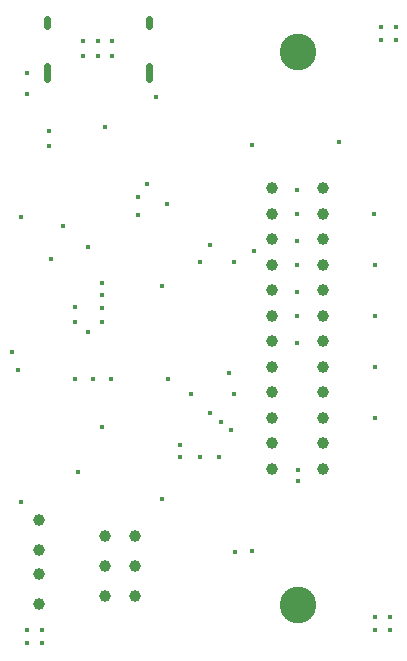
<source format=gbr>
%TF.GenerationSoftware,KiCad,Pcbnew,8.0.5*%
%TF.CreationDate,2024-10-26T17:00:10+13:00*%
%TF.ProjectId,usb_gpib_v2,7573625f-6770-4696-925f-76322e6b6963,C*%
%TF.SameCoordinates,Original*%
%TF.FileFunction,Plated,1,2,PTH,Mixed*%
%TF.FilePolarity,Positive*%
%FSLAX46Y46*%
G04 Gerber Fmt 4.6, Leading zero omitted, Abs format (unit mm)*
G04 Created by KiCad (PCBNEW 8.0.5) date 2024-10-26 17:00:10*
%MOMM*%
%LPD*%
G01*
G04 APERTURE LIST*
%TA.AperFunction,ViaDrill*%
%ADD10C,0.400000*%
%TD*%
G04 aperture for slot hole*
%TA.AperFunction,ComponentDrill*%
%ADD11C,0.600000*%
%TD*%
%TA.AperFunction,ComponentDrill*%
%ADD12C,1.000000*%
%TD*%
%TA.AperFunction,ComponentDrill*%
%ADD13C,3.100000*%
%TD*%
G04 APERTURE END LIST*
D10*
X98806000Y-93980000D03*
X99314000Y-95504000D03*
X99568000Y-82550000D03*
X99568000Y-106680000D03*
X100050000Y-117525000D03*
X100050000Y-118625000D03*
X100076000Y-70358000D03*
X100076000Y-72136000D03*
X101300000Y-117525000D03*
X101300000Y-118625000D03*
X101900000Y-75312500D03*
X101900000Y-76562500D03*
X102108000Y-86106000D03*
X103124000Y-83312000D03*
X104140000Y-90170000D03*
X104140000Y-91440000D03*
X104140000Y-96266000D03*
X104394000Y-104140000D03*
X104800000Y-67700000D03*
X104800000Y-68900000D03*
X105250000Y-85090000D03*
X105250000Y-92296000D03*
X105664000Y-96266000D03*
X106050000Y-67700000D03*
X106050000Y-68900000D03*
X106426000Y-88138000D03*
X106426000Y-89154000D03*
X106426000Y-90297000D03*
X106426000Y-91440000D03*
X106426000Y-100330000D03*
X106680000Y-74930000D03*
X107188000Y-96266000D03*
X107275000Y-67700000D03*
X107300000Y-68900000D03*
X109474000Y-80900000D03*
X109474000Y-82420000D03*
X110250000Y-79775000D03*
X110998000Y-72390000D03*
X111506000Y-88392000D03*
X111506000Y-106426000D03*
X111949500Y-81500000D03*
X112014000Y-96266000D03*
X113030000Y-101854000D03*
X113060000Y-102900000D03*
X113919000Y-97536000D03*
X114700000Y-102925000D03*
X114730000Y-86410000D03*
X115537500Y-84937500D03*
X115570000Y-99186647D03*
X116332000Y-102925000D03*
X116459355Y-99911147D03*
X117210076Y-95759862D03*
X117348000Y-100635647D03*
X117602000Y-86360000D03*
X117602000Y-97536000D03*
X117680000Y-110920000D03*
X119126000Y-76454000D03*
X119140000Y-110880000D03*
X119253000Y-85471000D03*
X122936000Y-80264000D03*
X122936000Y-82296000D03*
X122936000Y-84582000D03*
X122936000Y-86614000D03*
X122936000Y-88900000D03*
X122936000Y-90932000D03*
X122936000Y-93218000D03*
X122990000Y-104950000D03*
X123000000Y-104000000D03*
X126492000Y-76200000D03*
X129425000Y-82296000D03*
X129500000Y-86625000D03*
X129500000Y-90975000D03*
X129500000Y-95300000D03*
X129500000Y-99625000D03*
X129525000Y-116450000D03*
X129525000Y-117550000D03*
X130025000Y-66500000D03*
X130025000Y-67600000D03*
X130775000Y-116450000D03*
X130775000Y-117550000D03*
X131275000Y-66500000D03*
X131275000Y-67600000D03*
D11*
%TO.C,J2*%
X101780000Y-65825000D02*
X101780000Y-66425000D01*
X101780000Y-69755000D02*
X101780000Y-70855000D01*
X110420000Y-65825000D02*
X110420000Y-66425000D01*
X110420000Y-69755000D02*
X110420000Y-70855000D01*
D12*
%TO.C,LED3*%
X101092000Y-108240000D03*
X101092000Y-110770000D03*
%TO.C,LED2*%
X101092000Y-112766000D03*
X101092000Y-115296000D03*
%TO.C,J3*%
X106680000Y-109601000D03*
X106680000Y-112141000D03*
X106680000Y-114681000D03*
X109220000Y-109601000D03*
X109220000Y-112141000D03*
X109220000Y-114681000D03*
%TO.C,J1*%
X120855000Y-80120000D03*
X120855000Y-82280000D03*
X120855000Y-84440000D03*
X120855000Y-86600000D03*
X120855000Y-88760000D03*
X120855000Y-90920000D03*
X120855000Y-93080000D03*
X120855000Y-95240000D03*
X120855000Y-97400000D03*
X120855000Y-99560000D03*
X120855000Y-101720000D03*
X120855000Y-103880000D03*
X125145000Y-80120000D03*
X125145000Y-82280000D03*
X125145000Y-84440000D03*
X125145000Y-86600000D03*
X125145000Y-88760000D03*
X125145000Y-90920000D03*
X125145000Y-93080000D03*
X125145000Y-95240000D03*
X125145000Y-97400000D03*
X125145000Y-99560000D03*
X125145000Y-101720000D03*
X125145000Y-103880000D03*
D13*
X123000000Y-68600000D03*
X123000000Y-115400000D03*
M02*

</source>
